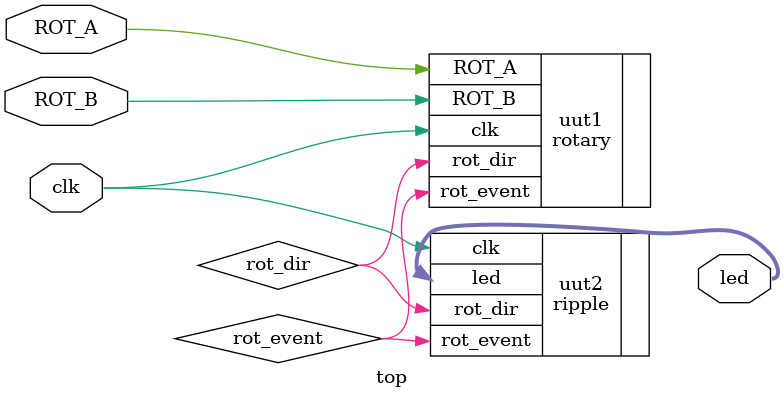
<source format=v>
`timescale 1ns / 1ps
module top(clk, ROT_A, ROT_B, led);
input clk, ROT_A, ROT_B;
wire rot_event, rot_dir;
output wire [7:0] led;
	rotary uut1(.clk(clk),
					.ROT_A(ROT_A),
					.ROT_B(ROT_B),
					.rot_event(rot_event),
					.rot_dir(rot_dir));
	ripple uut2(.clk(clk),
					.rot_event(rot_event),
					.rot_dir(rot_dir),
					.led(led));
endmodule

</source>
